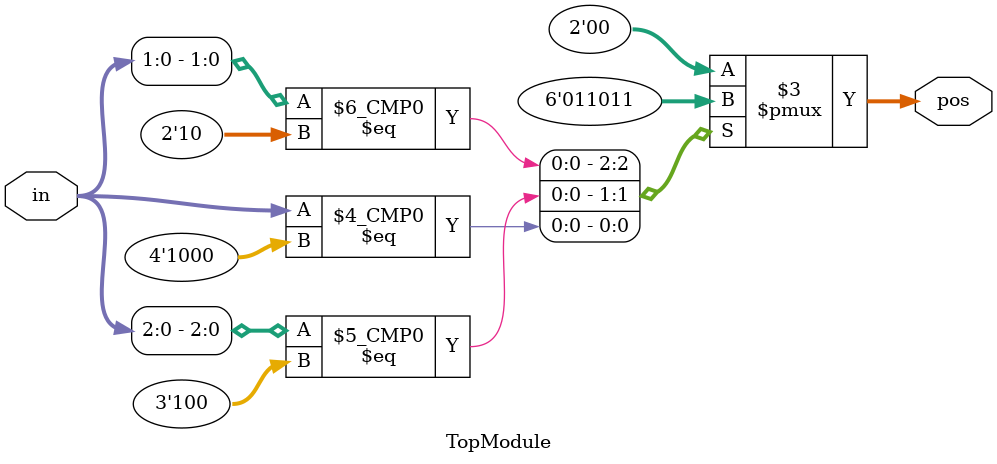
<source format=sv>

module TopModule (
  input [3:0] in,
  output reg [1:0] pos
);
always @(*) begin
  casez (in)
    4'b???1: pos = 2'd0;
    4'b??10: pos = 2'd1;
    4'b?100: pos = 2'd2;
    4'b1000: pos = 2'd3;
    default: pos = 2'd0;
  endcase
end
endmodule

</source>
